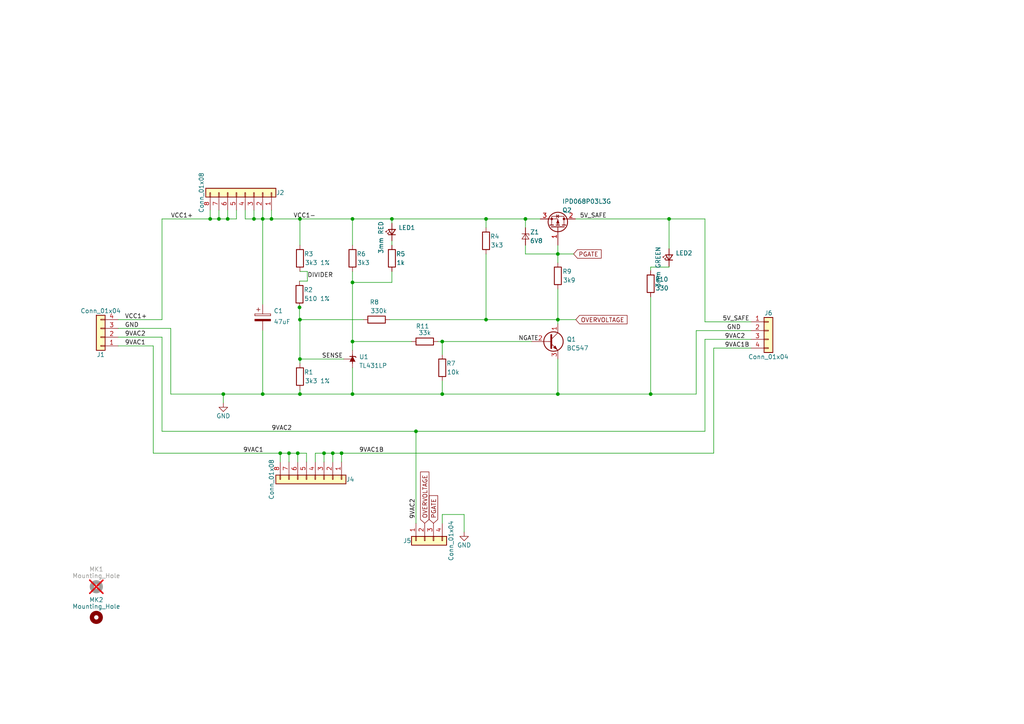
<source format=kicad_sch>
(kicad_sch (version 20230121) (generator eeschema)
  (paper "A4")
  (title_block (title "C64 Saver2 THT") (date "2023-11-18") (rev "2.7"))
  (lib_symbols
    (symbol "C64Saver2-rescue:CP" (pin_numbers hide) (pin_names (offset 0.254))
      (property "Reference" "C" (at 0.635 2.54 0))
      (property "Value" "CP" (at 0.635 -2.54 0))
      (symbol "CP_0_1"
        (rectangle (start -2.286 0.508) (end -2.286 1.016))
        (rectangle (start -2.286 0.508) (end 2.286 0.508))
        (polyline (pts (xy -1.778 2.286) (xy -0.762 2.286)))
        (polyline (pts (xy -1.27 2.794) (xy -1.27 1.778)))
        (rectangle (start 2.286 -0.508) (end -2.286 -1.016) (fill (type outline)))
        (rectangle (start 2.286 1.016) (end -2.286 1.016))
        (rectangle (start 2.286 1.016) (end 2.286 0.508))
      )
      (symbol "CP_1_1"
        (pin passive line (at 0 3.81 270) (length 2.794) (name "~") (number "1"))
        (pin passive line (at 0 -3.81 90) (length 2.794) (name "~") (number "2"))
      )
    )
    (symbol "C64Saver2-rescue:Conn_01x04" (pin_names (offset 1.016) hide)
      (property "Reference" "J" (at 0 5.08 0))
      (property "Value" "Conn_01x04" (at 0 -7.62 0))
      (symbol "Conn_01x04_1_1"
        (rectangle (start -1.27 -4.953) (end 0 -5.207) (stroke (width 0.1524)))
        (rectangle (start -1.27 -2.413) (end 0 -2.667) (stroke (width 0.1524)))
        (rectangle (start -1.27 0.127) (end 0 -0.127) (stroke (width 0.1524)))
        (rectangle (start -1.27 2.667) (end 0 2.413) (stroke (width 0.1524)))
        (rectangle (start -1.27 3.81) (end 1.27 -6.35) (stroke (width 0.254)) (fill (type background)))
        (pin passive line (at -5.08 2.54 0) (length 3.81) (name "Pin_1") (number "1"))
        (pin passive line (at -5.08 0 0) (length 3.81) (name "Pin_2") (number "2"))
        (pin passive line (at -5.08 -2.54 0) (length 3.81) (name "Pin_3") (number "3"))
        (pin passive line (at -5.08 -5.08 0) (length 3.81) (name "Pin_4") (number "4"))
      )
    )
    (symbol "C64Saver2-rescue:Conn_01x08" (pin_names (offset 1.016) hide)
      (property "Reference" "J" (at 0 10.16 0))
      (property "Value" "Conn_01x08" (at 0 -12.7 0))
      (symbol "Conn_01x08_1_1"
        (rectangle (start -1.27 -10.033) (end 0 -10.287) (stroke (width 0.1524)))
        (rectangle (start -1.27 -7.493) (end 0 -7.747) (stroke (width 0.1524)))
        (rectangle (start -1.27 -4.953) (end 0 -5.207) (stroke (width 0.1524)))
        (rectangle (start -1.27 -2.413) (end 0 -2.667) (stroke (width 0.1524)))
        (rectangle (start -1.27 0.127) (end 0 -0.127) (stroke (width 0.1524)))
        (rectangle (start -1.27 2.667) (end 0 2.413) (stroke (width 0.1524)))
        (rectangle (start -1.27 5.207) (end 0 4.953) (stroke (width 0.1524)))
        (rectangle (start -1.27 7.747) (end 0 7.493) (stroke (width 0.1524)))
        (rectangle (start -1.27 8.89) (end 1.27 -11.43) (stroke (width 0.254)) (fill (type background)))
        (pin passive line (at -5.08 7.62 0) (length 3.81) (name "Pin_1") (number "1"))
        (pin passive line (at -5.08 5.08 0) (length 3.81) (name "Pin_2") (number "2"))
        (pin passive line (at -5.08 2.54 0) (length 3.81) (name "Pin_3") (number "3"))
        (pin passive line (at -5.08 0 0) (length 3.81) (name "Pin_4") (number "4"))
        (pin passive line (at -5.08 -2.54 0) (length 3.81) (name "Pin_5") (number "5"))
        (pin passive line (at -5.08 -5.08 0) (length 3.81) (name "Pin_6") (number "6"))
        (pin passive line (at -5.08 -7.62 0) (length 3.81) (name "Pin_7") (number "7"))
        (pin passive line (at -5.08 -10.16 0) (length 3.81) (name "Pin_8") (number "8"))
      )
    )
    (symbol "C64Saver2-rescue:D_Zener_Small" (pin_numbers hide) (pin_names (offset 0.254) hide)
      (property "Reference" "D" (at 0 2.286 0))
      (property "Value" "D_Zener_Small" (at 0 -2.286 0))
      (symbol "D_Zener_Small_0_1"
        (polyline (pts (xy 0.762 0) (xy -0.762 0)))
        (polyline (pts (xy -0.254 1.016) (xy -0.762 1.016) (xy -0.762 -1.016)))
        (polyline (pts (xy 0.762 1.016) (xy -0.762 0) (xy 0.762 -1.016) (xy 0.762 1.016)))
      )
      (symbol "D_Zener_Small_1_1"
        (pin passive line (at -2.54 0 0) (length 1.778) (name "K") (number "1"))
        (pin passive line (at 2.54 0 180) (length 1.778) (name "A") (number "2"))
      )
    )
    (symbol "C64Saver2-rescue:Mounting_Hole" (pin_names (offset 1.016))
      (property "Reference" "MK" (at 0 5.08 0))
      (property "Value" "Mounting_Hole" (at 0 3.175 0))
      (symbol "Mounting_Hole_0_1"
        (circle (center 0 0) (radius 1.27) (stroke (width 1.27)))
      )
    )
    (symbol "C64Saver2-rescue:Q_PMOS_GDS" (pin_names (offset 0) hide)
      (property "Reference" "Q" (at 5.08 1.27 0))
      (property "Value" "Q_PMOS_GDS" (at 5.08 -1.27 0))
      (symbol "Q_PMOS_GDS_0_1"
        (polyline (pts (xy 0.0508 0) (xy 0.254 0)))
        (polyline (pts (xy 0.762 -1.778) (xy 2.54 -1.778)))
        (polyline (pts (xy 0.762 -1.27) (xy 0.762 -2.286)) (stroke (width 0.254)))
        (polyline (pts (xy 0.762 0) (xy 2.54 0)))
        (polyline (pts (xy 0.762 0.508) (xy 0.762 -0.508)) (stroke (width 0.254)))
        (polyline (pts (xy 0.762 1.778) (xy 2.54 1.778)))
        (polyline (pts (xy 0.762 2.286) (xy 0.762 1.27)) (stroke (width 0.254)))
        (polyline (pts (xy 2.54 -1.778) (xy 2.54 -2.54)))
        (polyline (pts (xy 2.54 -1.778) (xy 2.54 0)))
        (polyline (pts (xy 2.54 2.54) (xy 2.54 1.778)))
        (polyline (pts (xy 0.254 1.905) (xy 0.254 -1.905) (xy 0.254 -1.905)) (stroke (width 0.254)))
        (polyline (pts (xy 2.286 0) (xy 1.27 -0.381) (xy 1.27 0.381) (xy 2.286 0)) (fill (type outline)))
        (polyline (pts (xy 2.54 -1.778) (xy 3.302 -1.778) (xy 3.302 1.778) (xy 2.54 1.778)))
        (polyline (pts (xy 2.794 -0.508) (xy 2.921 -0.381) (xy 3.683 -0.381) (xy 3.81 -0.254)))
        (polyline (pts (xy 3.302 -0.381) (xy 2.921 0.254) (xy 3.683 0.254) (xy 3.302 -0.381)))
        (circle (center 1.651 0) (radius 2.8194) (stroke (width 0.254)))
        (circle (center 2.54 -1.778) (radius 0.2794) (fill (type outline)))
        (circle (center 2.54 1.778) (radius 0.2794) (fill (type outline)))
      )
      (symbol "Q_PMOS_GDS_1_1"
        (pin input line (at -5.08 0 0) (length 5.08) (name "G") (number "1"))
        (pin passive line (at 2.54 5.08 270) (length 2.54) (name "D") (number "2"))
        (pin passive line (at 2.54 -5.08 90) (length 2.54) (name "S") (number "3"))
      )
    )
    (symbol "C64Saver2-rescue:R" (pin_numbers hide) (pin_names (offset 0))
      (property "Reference" "R" (at 2.032 0 90))
      (property "Value" "R" (at 0 0 90))
      (symbol "R_0_1"
        (rectangle (start -1.016 -2.54) (end 1.016 2.54) (stroke (width 0.254)))
      )
      (symbol "R_1_1"
        (pin passive line (at 0 3.81 270) (length 1.27) (name "~") (number "1"))
        (pin passive line (at 0 -3.81 90) (length 1.27) (name "~") (number "2"))
      )
    )
    (symbol "Device:LED_Small" (pin_numbers hide) (pin_names (offset 0.254) hide)
      (property "Reference" "D" (at -1.27 3.175 0))
      (property "Value" "LED_Small" (at -4.445 -2.54 0))
      (symbol "LED_Small_0_1"
        (polyline (pts (xy -0.762 -1.016) (xy -0.762 1.016)) (stroke (width 0.254)))
        (polyline (pts (xy 1.016 0) (xy -0.762 0)))
        (polyline (pts (xy 0.762 -1.016) (xy -0.762 0) (xy 0.762 1.016) (xy 0.762 -1.016)) (stroke (width 0.254)))
        (polyline (pts (xy 0 0.762) (xy -0.508 1.27) (xy -0.254 1.27) (xy -0.508 1.27) (xy -0.508 1.016)))
        (polyline (pts (xy 0.508 1.27) (xy 0 1.778) (xy 0.254 1.778) (xy 0 1.778) (xy 0 1.524)))
      )
      (symbol "LED_Small_1_1"
        (pin passive line (at -2.54 0 0) (length 1.778) (name "K") (number "1"))
        (pin passive line (at 2.54 0 180) (length 1.778) (name "A") (number "2"))
      )
    )
    (symbol "Reference_Voltage:TL431LP" (pin_numbers hide) (pin_names hide)
      (property "Reference" "U" (at -2.54 2.54 0))
      (property "Value" "TL431LP" (at 0 -2.54 0))
      (symbol "TL431LP_0_1"
        (polyline (pts (xy -1.27 0) (xy 0 0) (xy 1.27 0)))
        (polyline (pts (xy -0.762 0.762) (xy 0.762 0) (xy -0.762 -0.762)) (fill (type outline)))
        (polyline (pts (xy 0.508 -1.016) (xy 0.762 -0.762) (xy 0.762 0.762) (xy 0.762 0.762)) (stroke (width 0.254)))
      )
      (symbol "TL431LP_1_1"
        (pin passive line (at 0 2.54 270) (length 2.54) (name "REF") (number "1"))
        (pin passive line (at -2.54 0 0) (length 2.54) (name "A") (number "2"))
        (pin passive line (at 2.54 0 180) (length 2.54) (name "K") (number "3"))
      )
    )
    (symbol "Transistor_BJT:BC547" (pin_names (offset 0) hide)
      (property "Reference" "Q" (at 5.08 1.905 0))
      (property "Value" "BC547" (at 5.08 0 0))
      (symbol "BC547_0_1"
        (polyline (pts (xy 0 0) (xy 0.635 0)))
        (polyline (pts (xy 0.635 0.635) (xy 2.54 2.54)))
        (polyline (pts (xy 0.635 -0.635) (xy 2.54 -2.54) (xy 2.54 -2.54)))
        (polyline (pts (xy 0.635 1.905) (xy 0.635 -1.905) (xy 0.635 -1.905)) (stroke (width 0.508)))
        (polyline (pts (xy 1.27 -1.778) (xy 1.778 -1.27) (xy 2.286 -2.286) (xy 1.27 -1.778) (xy 1.27 -1.778)) (fill (type outline)))
        (circle (center 1.27 0) (radius 2.8194) (stroke (width 0.254)))
      )
      (symbol "BC547_1_1"
        (pin passive line (at 2.54 5.08 270) (length 2.54) (name "C") (number "1"))
        (pin input line (at -5.08 0 0) (length 5.08) (name "B") (number "2"))
        (pin passive line (at 2.54 -5.08 90) (length 2.54) (name "E") (number "3"))
      )
    )
    (symbol "power:GND" (power) (pin_names (offset 0))
      (property "Value" "GND" (at 0 -3.81 0))
      (symbol "GND_0_1"
        (polyline (pts (xy 0 0) (xy 0 -1.27) (xy 1.27 -1.27) (xy 0 -2.54) (xy -1.27 -1.27) (xy 0 -1.27)))
      )
      (symbol "GND_1_1"
        (pin power_in line (at 0 0 270) (length 0) hide (name "GND") (number "1"))
      )
    )
  )
  (junction (at 161.798 114.3))
  (junction (at 140.97 63.5))
  (junction (at 161.798 73.66))
  (junction (at 63.5 63.5))
  (junction (at 86.995 104.14))
  (junction (at 128.27 114.3))
  (junction (at 102.235 63.5))
  (junction (at 99.06 131.445))
  (junction (at 66.04 63.5))
  (junction (at 86.995 92.71))
  (junction (at 194.056 63.5))
  (junction (at 78.74 63.5))
  (junction (at 188.722 114.3))
  (junction (at 81.28 131.445))
  (junction (at 76.2 114.3))
  (junction (at 76.2 63.5))
  (junction (at 73.66 63.5))
  (junction (at 102.235 99.06))
  (junction (at 60.96 63.5))
  (junction (at 86.868 89.154))
  (junction (at 140.97 92.71))
  (junction (at 152.4 63.5))
  (junction (at 86.36 131.445))
  (junction (at 96.52 131.445))
  (junction (at 120.65 125.095))
  (junction (at 102.235 81.915))
  (junction (at 102.235 114.3))
  (junction (at 128.27 99.06))
  (junction (at 86.995 63.5))
  (junction (at 86.995 114.3))
  (junction (at 93.98 131.445))
  (junction (at 83.82 131.445))
  (junction (at 64.77 114.3))
  (junction (at 161.798 92.71))
  (junction (at 113.665 63.5))
  (wire (pts (xy 34.29 100.33) (xy 44.45 100.33)))
  (wire (pts (xy 127 99.06) (xy 128.27 99.06)))
  (wire (pts (xy 134.62 154.305) (xy 134.62 149.225)))
  (wire (pts (xy 86.995 114.3) (xy 86.995 113.03)))
  (wire (pts (xy 78.74 63.5) (xy 78.74 60.96)))
  (wire (pts (xy 152.4 73.66) (xy 161.798 73.66)))
  (wire (pts (xy 86.868 88.9) (xy 86.868 89.154)))
  (wire (pts (xy 86.868 92.71) (xy 86.995 92.71)))
  (wire (pts (xy 188.722 114.3) (xy 201.93 114.3)))
  (wire (pts (xy 188.722 77.47) (xy 188.722 78.486)))
  (wire (pts (xy 60.96 63.5) (xy 63.5 63.5)))
  (wire (pts (xy 152.4 71.12) (xy 152.4 73.66)))
  (wire (pts (xy 102.235 63.5) (xy 113.665 63.5)))
  (wire (pts (xy 63.5 63.5) (xy 66.04 63.5)))
  (wire (pts (xy 46.99 92.71) (xy 46.99 63.5)))
  (wire (pts (xy 49.53 114.3) (xy 64.77 114.3)))
  (wire (pts (xy 60.96 60.96) (xy 60.96 63.5)))
  (wire (pts (xy 64.77 116.84) (xy 64.77 114.3)))
  (wire (pts (xy 113.665 69.85) (xy 113.665 71.12)))
  (wire (pts (xy 49.53 95.25) (xy 49.53 114.3)))
  (wire (pts (xy 64.77 114.3) (xy 76.2 114.3)))
  (wire (pts (xy 81.28 131.445) (xy 83.82 131.445)))
  (wire (pts (xy 102.235 99.06) (xy 102.235 101.6)))
  (wire (pts (xy 93.98 131.445) (xy 96.52 131.445)))
  (wire (pts (xy 128.27 110.49) (xy 128.27 114.3)))
  (wire (pts (xy 166.878 63.5) (xy 194.056 63.5)))
  (wire (pts (xy 63.5 63.5) (xy 63.5 60.96)))
  (wire (pts (xy 113.665 78.74) (xy 113.665 81.915)))
  (wire (pts (xy 119.38 99.06) (xy 102.235 99.06)))
  (wire (pts (xy 128.27 102.87) (xy 128.27 99.06)))
  (wire (pts (xy 89.154 78.74) (xy 86.995 78.74)))
  (wire (pts (xy 194.056 77.216) (xy 194.056 77.47)))
  (wire (pts (xy 91.44 131.445) (xy 93.98 131.445)))
  (wire (pts (xy 81.28 133.985) (xy 81.28 131.445)))
  (wire (pts (xy 194.056 63.5) (xy 194.056 72.136)))
  (wire (pts (xy 83.82 131.445) (xy 86.36 131.445)))
  (wire (pts (xy 128.27 99.06) (xy 154.178 99.06)))
  (wire (pts (xy 102.235 63.5) (xy 102.235 71.12)))
  (wire (pts (xy 128.27 149.225) (xy 128.27 151.765)))
  (wire (pts (xy 99.06 131.445) (xy 207.01 131.445)))
  (wire (pts (xy 89.154 78.74) (xy 89.154 81.534)))
  (wire (pts (xy 140.97 92.71) (xy 161.798 92.71)))
  (wire (pts (xy 102.235 114.3) (xy 102.235 106.68)))
  (wire (pts (xy 71.12 60.96) (xy 71.12 63.5)))
  (wire (pts (xy 204.47 63.5) (xy 194.056 63.5)))
  (wire (pts (xy 76.2 63.5) (xy 78.74 63.5)))
  (wire (pts (xy 134.62 149.225) (xy 128.27 149.225)))
  (wire (pts (xy 76.2 95.885) (xy 76.2 114.3)))
  (wire (pts (xy 46.99 125.095) (xy 46.99 97.79)))
  (wire (pts (xy 96.52 131.445) (xy 96.52 133.985)))
  (wire (pts (xy 76.2 63.5) (xy 76.2 88.265)))
  (wire (pts (xy 68.58 63.5) (xy 68.58 60.96)))
  (wire (pts (xy 113.665 63.5) (xy 113.665 64.77)))
  (wire (pts (xy 201.93 114.3) (xy 201.93 95.885)))
  (wire (pts (xy 78.74 63.5) (xy 86.995 63.5)))
  (wire (pts (xy 86.36 131.445) (xy 88.9 131.445)))
  (wire (pts (xy 217.805 93.345) (xy 204.47 93.345)))
  (wire (pts (xy 140.97 63.5) (xy 140.97 66.04)))
  (wire (pts (xy 204.47 125.095) (xy 204.47 98.425)))
  (wire (pts (xy 102.235 81.915) (xy 102.235 99.06)))
  (wire (pts (xy 46.99 63.5) (xy 60.96 63.5)))
  (wire (pts (xy 161.798 92.71) (xy 161.798 93.98)))
  (wire (pts (xy 93.98 133.985) (xy 93.98 131.445)))
  (wire (pts (xy 66.04 63.5) (xy 66.04 60.96)))
  (wire (pts (xy 73.66 63.5) (xy 76.2 63.5)))
  (wire (pts (xy 128.27 114.3) (xy 161.798 114.3)))
  (wire (pts (xy 113.03 92.71) (xy 140.97 92.71)))
  (wire (pts (xy 102.235 114.3) (xy 128.27 114.3)))
  (wire (pts (xy 86.995 114.3) (xy 102.235 114.3)))
  (wire (pts (xy 161.798 83.82) (xy 161.798 92.71)))
  (wire (pts (xy 89.154 81.534) (xy 86.868 81.534)))
  (wire (pts (xy 96.52 131.445) (xy 99.06 131.445)))
  (wire (pts (xy 86.995 63.5) (xy 102.235 63.5)))
  (wire (pts (xy 161.798 92.71) (xy 167.005 92.71)))
  (wire (pts (xy 161.798 73.66) (xy 166.37 73.66)))
  (wire (pts (xy 140.97 63.5) (xy 152.4 63.5)))
  (wire (pts (xy 71.12 63.5) (xy 73.66 63.5)))
  (wire (pts (xy 188.722 86.106) (xy 188.722 114.3)))
  (wire (pts (xy 86.868 89.154) (xy 86.868 92.71)))
  (wire (pts (xy 120.65 125.095) (xy 120.65 151.765)))
  (wire (pts (xy 44.45 100.33) (xy 44.45 131.445)))
  (wire (pts (xy 46.99 97.79) (xy 34.29 97.79)))
  (wire (pts (xy 140.97 73.66) (xy 140.97 92.71)))
  (wire (pts (xy 113.665 81.915) (xy 102.235 81.915)))
  (wire (pts (xy 66.04 63.5) (xy 68.58 63.5)))
  (wire (pts (xy 207.01 131.445) (xy 207.01 100.965)))
  (wire (pts (xy 204.47 98.425) (xy 217.805 98.425)))
  (wire (pts (xy 194.056 77.47) (xy 188.722 77.47)))
  (wire (pts (xy 73.66 60.96) (xy 73.66 63.5)))
  (wire (pts (xy 152.4 63.5) (xy 156.718 63.5)))
  (wire (pts (xy 76.2 60.96) (xy 76.2 63.5)))
  (wire (pts (xy 86.995 92.71) (xy 105.41 92.71)))
  (wire (pts (xy 161.798 114.3) (xy 161.798 104.14)))
  (wire (pts (xy 161.798 73.66) (xy 161.798 76.2)))
  (wire (pts (xy 204.47 93.345) (xy 204.47 63.5)))
  (wire (pts (xy 102.235 78.74) (xy 102.235 81.915)))
  (wire (pts (xy 99.06 131.445) (xy 99.06 133.985)))
  (wire (pts (xy 207.01 100.965) (xy 217.805 100.965)))
  (wire (pts (xy 34.29 95.25) (xy 49.53 95.25)))
  (wire (pts (xy 161.798 71.12) (xy 161.798 73.66)))
  (wire (pts (xy 86.995 92.71) (xy 86.995 104.14)))
  (wire (pts (xy 88.9 131.445) (xy 88.9 133.985)))
  (wire (pts (xy 201.93 95.885) (xy 217.805 95.885)))
  (wire (pts (xy 86.995 63.5) (xy 86.995 71.12)))
  (wire (pts (xy 113.665 63.5) (xy 140.97 63.5)))
  (wire (pts (xy 86.36 131.445) (xy 86.36 133.985)))
  (wire (pts (xy 161.798 114.3) (xy 188.722 114.3)))
  (wire (pts (xy 86.995 104.14) (xy 86.995 105.41)))
  (wire (pts (xy 152.4 66.04) (xy 152.4 63.5)))
  (wire (pts (xy 46.99 125.095) (xy 120.65 125.095)))
  (wire (pts (xy 44.45 131.445) (xy 81.28 131.445)))
  (wire (pts (xy 76.2 114.3) (xy 86.995 114.3)))
  (wire (pts (xy 91.44 131.445) (xy 91.44 133.985)))
  (wire (pts (xy 34.29 92.71) (xy 46.99 92.71)))
  (wire (pts (xy 86.995 104.14) (xy 99.695 104.14)))
  (wire (pts (xy 83.82 133.985) (xy 83.82 131.445)))
  (wire (pts (xy 120.65 125.095) (xy 204.47 125.095)))
  (label "VCC1+" (at 49.53 63.5 0) (effects (font (size 1.2446 1.2446))))
  (label "NGATE" (at 150.368 99.06 0) (effects (font (size 1.2446 1.2446))))
  (label "9VAC1" (at 70.485 131.445 0) (effects (font (size 1.2446 1.2446))))
  (label "SENSE" (at 93.345 104.14 0) (effects (font (size 1.2446 1.2446))))
  (label "GND" (at 36.195 95.25 0))
  (label "9VAC1B" (at 104.14 131.445 0) (effects (font (size 1.2446 1.2446))))
  (label "9VAC1B" (at 210.185 100.965 0) (effects (font (size 1.2446 1.2446))))
  (label "9VAC2" (at 120.65 150.495 90) (effects (font (size 1.2446 1.2446))))
  (label "9VAC2" (at 210.185 98.425 0) (effects (font (size 1.2446 1.2446))))
  (label "9VAC2" (at 36.195 97.79 0))
  (label "GND" (at 210.82 95.885 0))
  (label "5V_SAFE" (at 168.148 63.5 0) (effects (font (size 1.2446 1.2446))))
  (label "VCC1+" (at 36.195 92.71 0) (effects (font (size 1.2446 1.2446))))
  (label "VCC1-" (at 85.09 63.5 0) (effects (font (size 1.2446 1.2446))))
  (label "9VAC1" (at 36.195 100.33 0))
  (label "9VAC2" (at 78.74 125.095 0) (effects (font (size 1.2446 1.2446))))
  (label "DIVIDER" (at 89.154 80.772 0))
  (label "5V_SAFE" (at 209.55 93.345 0) (effects (font (size 1.2446 1.2446))))
  (global_label "OVERVOLTAGE" (shape input) (at 123.19 151.765 90) (effects (font (size 1.2446 1.2446))) (property "Intersheetrefs" "${INTERSHEET_REFS}" (effects hide)))
  (global_label "PGATE" (shape input) (at 166.37 73.66 0) (effects (font (size 1.2446 1.2446))) (property "Intersheetrefs" "${INTERSHEET_REFS}" (effects hide)))
  (global_label "OVERVOLTAGE" (shape input) (at 167.005 92.71 0) (effects (font (size 1.2446 1.2446))) (property "Intersheetrefs" "${INTERSHEET_REFS}" (effects hide)))
  (global_label "PGATE" (shape input) (at 125.73 151.765 90) (effects (font (size 1.2446 1.2446))) (property "Intersheetrefs" "${INTERSHEET_REFS}" (effects hide)))
  (symbol (lib_id "C64Saver2-rescue:CP") (at 76.2 92.075 0) (unit 1)
    (property "Reference" "C1" (at 79.375 90.17 0) (effects (justify left)))
    (property "Value" "47uF" (at 79.375 93.345 0) (effects (justify left)))
    (property "Footprint" "Capacitors_THT:CP_Radial_D6.3mm_P2.50mm" (effects hide))
    (property "kessler" "572309;0 " (effects hide))
  )
  (symbol (lib_id "C64Saver2-rescue:R") (at 86.995 74.93 0) (unit 1)
    (property "Reference" "R3" (at 89.535 73.66 0))
    (property "Value" "3k3 1%" (at 92.075 76.2 0))
    (property "Footprint" "Resistor_THT:R_Axial_DIN0204_L3.6mm_D1.6mm_P5.08mm_Horizontal" (effects hide))
    (property "kessler" "550563;0 " (effects hide))
  )
  (symbol (lib_id "C64Saver2-rescue:Conn_01x04") (at 222.885 95.885 0) (unit 1)
    (property "Reference" "J6" (at 222.885 90.805 0))
    (property "Value" "Conn_01x04" (at 222.885 103.505 0))
    (property "Footprint" "Connectors_Terminal_Blocks:TerminalBlock_bornier-4_P5.08mm" (effects hide))
    (property "Mouser" "not used" (effects hide))
  )
  (symbol (lib_id "C64Saver2-rescue:Conn_01x04") (at 29.21 97.79 180) (unit 1)
    (property "Reference" "J1" (at 29.21 102.87 0))
    (property "Value" "Conn_01x04" (at 29.21 90.17 0))
    (property "Footprint" "Connectors_Terminal_Blocks:TerminalBlock_bornier-4_P5.08mm" (effects hide))
    (property "Mouser" "not used" (effects hide))
  )
  (symbol (lib_id "C64Saver2-rescue:R") (at 86.995 109.22 0) (unit 1)
    (property "Reference" "R1" (at 89.535 107.95 0))
    (property "Value" "3k3 1%" (at 92.075 110.49 0))
    (property "Footprint" "Resistor_THT:R_Axial_DIN0204_L3.6mm_D1.6mm_P5.08mm_Horizontal" (effects hide))
    (property "Mouser" "RN55D3301FB14" (effects hide))
    (property "kessler" "550561;0 " (effects hide))
  )
  (symbol (lib_id "C64Saver2-rescue:R") (at 102.235 74.93 0) (unit 1)
    (property "Reference" "R6" (at 104.775 73.66 0))
    (property "Value" "3k3" (at 105.41 76.2 0))
    (property "Footprint" "Resistor_THT:R_Axial_DIN0204_L3.6mm_D1.6mm_P5.08mm_Horizontal" (effects hide))
    (property "Mouser" "RN55D3301FB14" (effects hide))
    (property "kessler" "550561;0 " (effects hide))
  )
  (symbol (lib_id "C64Saver2-rescue:R") (at 161.798 80.01 0) (unit 1)
    (property "Reference" "R9" (at 164.465 78.74 0))
    (property "Value" "3k9" (at 165.1 81.28 0))
    (property "Footprint" "Resistor_THT:R_Axial_DIN0204_L3.6mm_D1.6mm_P5.08mm_Horizontal" (effects hide))
    (property "kessler" "550563;0 " (effects hide))
  )
  (symbol (lib_id "C64Saver2-rescue:R") (at 140.97 69.85 0) (unit 1)
    (property "Reference" "R4" (at 143.51 68.58 0))
    (property "Value" "3k3" (at 144.145 71.12 0))
    (property "Footprint" "Resistor_THT:R_Axial_DIN0204_L3.6mm_D1.6mm_P5.08mm_Horizontal" (effects hide))
    (property "Mouser" "RN55D3301FB14" (effects hide))
    (property "kessler" "550561;0 " (effects hide))
  )
  (symbol (lib_id "C64Saver2-rescue:D_Zener_Small") (at 152.4 68.58 270) (unit 1)
    (property "Reference" "Z1" (at 155.067 67.31 90))
    (property "Value" "6V8" (at 155.575 69.85 90))
    (property "Footprint" "Diode_THT:D_DO-35_SOD27_P7.62mm_Horizontal" (effects hide))
    (property "kessler" "511511;0 " (effects hide))
  )
  (symbol (lib_id "C64Saver2-rescue:R") (at 109.22 92.71 90) (unit 1)
    (property "Reference" "R8" (at 108.585 87.63 90))
    (property "Value" "330k" (at 109.855 90.17 90))
    (property "Footprint" "Resistor_THT:R_Axial_DIN0204_L3.6mm_D1.6mm_P5.08mm_Horizontal" (effects hide))
    (property "kessler" "550609;0 " (effects hide))
  )
  (symbol (lib_id "power:GND") (at 64.77 116.84 0) (unit 1)
    (property "Reference" "#PWR01" (effects hide))
    (property "Value" "GND" (at 64.77 120.65 0))
  )
  (symbol (lib_id "C64Saver2-rescue:Mounting_Hole") (at 27.94 170.18 0) (unit 1) (in_bom no) (dnp yes)
    (property "Reference" "MK1" (at 27.94 165.1 0))
    (property "Value" "Mounting_Hole" (at 27.94 167.005 0))
    (property "Footprint" "Mounting_Holes:MountingHole_2.5mm" (effects hide))
    (property "Mouser" "-" (effects hide))
    (property "kessler" "-" (effects hide))
    (property "Sim.Enable" "0" (effects hide))
  )
  (symbol (lib_id "C64Saver2-rescue:Mounting_Hole") (at 27.94 179.07 0) (unit 1) (in_bom no)
    (property "Reference" "MK2" (at 27.94 173.99 0))
    (property "Value" "Mounting_Hole" (at 27.94 175.895 0))
    (property "Footprint" "Mounting_Holes:MountingHole_2.5mm" (effects hide))
    (property "Mouser" "-" (effects hide))
    (property "kessler" "-" (effects hide))
  )
  (symbol (lib_id "C64Saver2-rescue:Q_PMOS_GDS") (at 161.798 66.04 270) (mirror x) (unit 1)
    (property "Reference" "Q2" (at 163.068 60.96 90) (effects (justify left)))
    (property "Value" "IPD068P03L3G" (at 163.068 58.42 90) (effects (justify left)))
    (property "Footprint" "TO_SOT_Packages_SMD:ATPAK-2" (effects hide))
    (property "kessler" "503060;0 " (effects hide))
  )
  (symbol (lib_id "C64Saver2-rescue:Conn_01x08") (at 71.12 55.88 270) (mirror x) (unit 1)
    (property "Reference" "J2" (at 81.28 55.88 90))
    (property "Value" "Conn_01x08" (at 58.42 55.88 0))
    (property "Footprint" "Pin_Headers:Pin_Header_Straight_1x08_Pitch2.54mm" (effects hide))
  )
  (symbol (lib_id "C64Saver2-rescue:Conn_01x08") (at 91.44 139.065 270) (unit 1)
    (property "Reference" "J4" (at 101.6 139.065 90))
    (property "Value" "Conn_01x08" (at 78.74 139.065 0))
    (property "Footprint" "Pin_Headers:Pin_Header_Straight_1x08_Pitch2.54mm" (effects hide))
  )
  (symbol (lib_id "C64Saver2-rescue:Conn_01x04") (at 123.19 156.845 90) (mirror x) (unit 1)
    (property "Reference" "J5" (at 118.11 156.845 90))
    (property "Value" "Conn_01x04" (at 130.81 156.845 0))
    (property "Footprint" "Pin_Headers:Pin_Header_Straight_1x04_Pitch2.54mm" (effects hide))
  )
  (symbol (lib_id "power:GND") (at 134.62 154.305 0) (unit 1)
    (property "Reference" "#PWR02" (effects hide))
    (property "Value" "GND" (at 134.62 158.115 0))
  )
  (symbol (lib_id "C64Saver2-rescue:R") (at 123.19 99.06 90) (unit 1)
    (property "Reference" "R11" (at 122.555 94.615 90))
    (property "Value" "33k" (at 123.19 96.52 90))
    (property "Footprint" "Resistor_THT:R_Axial_DIN0207_L6.3mm_D2.5mm_P7.62mm_Horizontal" (effects hide))
    (property "kessler" "550585;0 " (effects hide))
  )
  (symbol (lib_id "C64Saver2-rescue:R") (at 128.27 106.68 0) (unit 1)
    (property "Reference" "R7" (at 130.81 105.41 0))
    (property "Value" "10k" (at 131.445 107.95 0))
    (property "Footprint" "Resistor_THT:R_Axial_DIN0204_L3.6mm_D1.6mm_P5.08mm_Horizontal" (effects hide))
    (property "kessler" "550573;0 " (effects hide))
  )
  (symbol (lib_id "Device:LED_Small") (at 194.056 74.676 90) (unit 1)
    (property "Reference" "LED2" (at 195.961 73.406 90) (effects (justify right)))
    (property "Value" "3mm GREEN" (at 190.881 71.501 0) (effects (justify right)))
    (property "Footprint" "LED_THT:LED_D3.0mm_Easy_2" (effects hide))
    (property "Mouser" "WP710A10LZGCK" (effects hide))
    (property "kessler" "513512;0 " (effects hide))
  )
  (symbol (lib_id "C64Saver2-rescue:R") (at 188.722 82.296 0) (unit 1)
    (property "Reference" "R10" (at 191.897 81.026 0))
    (property "Value" "330" (at 192.024 83.566 0))
    (property "Footprint" "Resistor_THT:R_Axial_DIN0204_L3.6mm_D1.6mm_P5.08mm_Horizontal" (effects hide))
    (property "kessler" "550549;0 " (effects hide))
  )
  (symbol (lib_id "Reference_Voltage:TL431LP") (at 102.235 104.14 90) (unit 1)
    (property "Reference" "U1" (at 104.14 103.505 90) (effects (justify right)))
    (property "Value" "TL431LP" (at 104.14 106.045 90) (effects (justify right)))
    (property "Footprint" "Package_TO_SOT_THT:TO-92_Inline_Wide" (effects hide))
    (property "Datasheet" "http://www.ti.com/lit/ds/symlink/tl431.pdf" (effects hide))
    (property "kessler" "528636;0 " (effects hide))
  )
  (symbol (lib_id "Transistor_BJT:BC547") (at 159.258 99.06 0) (unit 1)
    (property "Reference" "Q1" (at 164.338 98.425 0) (effects (justify left)))
    (property "Value" "BC547" (at 164.338 100.965 0) (effects (justify left)))
    (property "Footprint" "Package_TO_SOT_THT:TO-92_Inline_Wide" (effects hide))
    (property "Datasheet" "https://www.onsemi.com/pub/Collateral/BC550-D.pdf" (effects hide))
    (property "kessler" "500326;0 " (effects hide))
  )
  (symbol (lib_id "C64Saver2-rescue:R") (at 86.868 85.344 0) (unit 1)
    (property "Reference" "R2" (at 89.408 84.074 0))
    (property "Value" "510 1%" (at 91.948 86.614 0))
    (property "Footprint" "Resistor_THT:R_Axial_DIN0204_L3.6mm_D1.6mm_P5.08mm_Horizontal" (effects hide))
    (property "kessler" "550563;0 " (effects hide))
  )
  (symbol (lib_id "Device:LED_Small") (at 113.665 67.31 90) (unit 1)
    (property "Reference" "LED1" (at 115.57 66.04 90) (effects (justify right)))
    (property "Value" "3mm RED" (at 110.49 64.135 0) (effects (justify right)))
    (property "Footprint" "LED_THT:LED_D3.0mm_Easy_1" (effects hide))
    (property "Mouser" "WP710A10LSECK/J3" (effects hide))
    (property "kessler" "513513;0 " (effects hide))
  )
  (symbol (lib_id "C64Saver2-rescue:R") (at 113.665 74.93 0) (unit 1)
    (property "Reference" "R5" (at 116.205 73.66 0))
    (property "Value" "1k" (at 116.205 76.2 0))
    (property "Footprint" "Resistor_THT:R_Axial_DIN0204_L3.6mm_D1.6mm_P5.08mm_Horizontal" (effects hide))
    (property "kessler" "550549;0 " (effects hide))
  )
)
</source>
